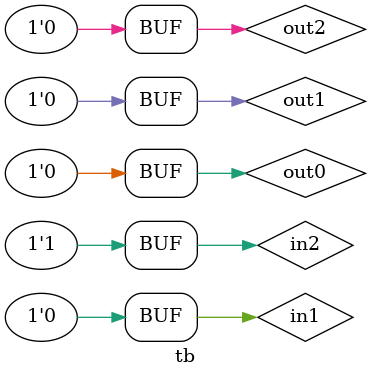
<source format=v>
`timescale 1ns/10ps
module tb;

reg  in1;
reg  in2;
wire #10 out0 = in1&in2;
wire out1;
assign #10 out1 = in1 & in2;
wire #10 out2;
assign out2 = in1 & in2;
initial
begin
in1=0;in2=0;
#20;
in1=1;in2=1;
#40;
in1=0;in2=1;
#20;
in1=1;in2=1;
#5;
in1=0;in2=1;
#20;
end
endmodule

</source>
